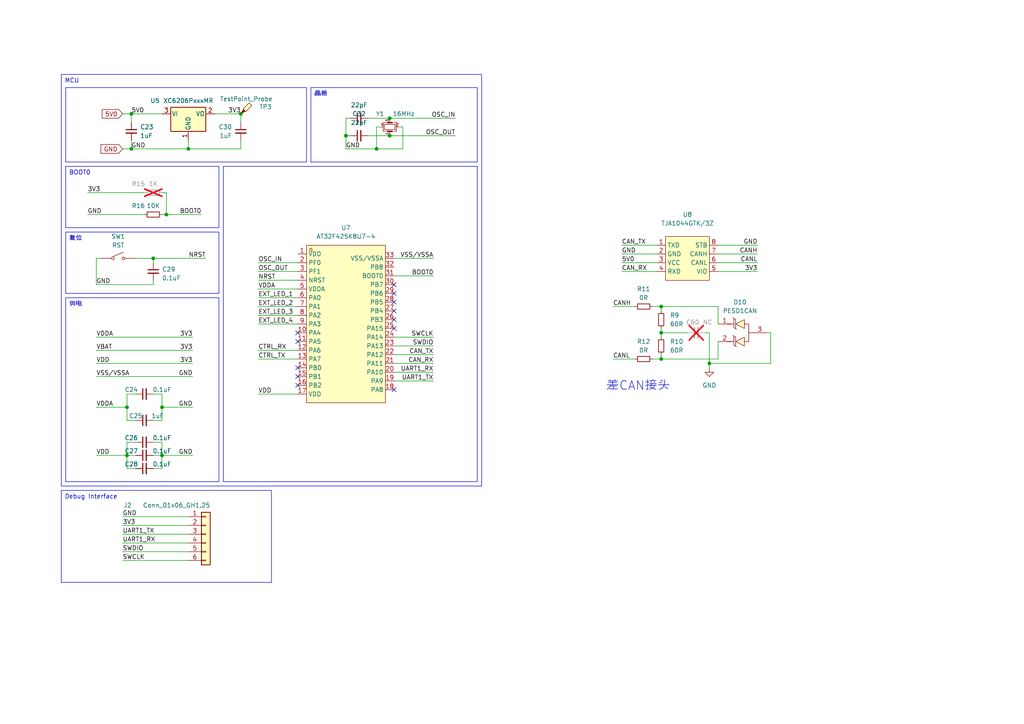
<source format=kicad_sch>
(kicad_sch (version 20231120) (generator "eeschema") (generator_version "8.0")
  (paper "A4")
  (lib_symbols
    (symbol "Connector:TestPoint_Probe" (pin_numbers hide) (pin_names (offset 0.762) hide)
      (property "Reference" "TP" (at 1.651 5.842 0))
      (property "Value" "TestPoint_Probe" (at 1.651 4.064 0))
      (symbol "TestPoint_Probe_0_1"
        (polyline (pts (xy 1.27 0.762) (xy 0 0) (xy 0.762 1.27) (xy 1.27 0.762)) (fill (type outline)))
        (polyline (pts (xy 1.397 0.635) (xy 0.635 1.397) (xy 2.413 3.175) (xy 3.175 2.413) (xy 1.397 0.635)) (fill (type background)))
      )
      (symbol "TestPoint_Probe_1_1"
        (pin passive line (at 0 0 90) (length 0) (name "1") (number "1"))
      )
    )
    (symbol "Connector_Generic:Conn_01x06" (pin_names (offset 1.016) hide)
      (property "Reference" "J" (at 0 7.62 0))
      (property "Value" "Conn_01x06" (at 0 -10.16 0))
      (symbol "Conn_01x06_1_1"
        (rectangle (start -1.27 -7.493) (end 0 -7.747) (stroke (width 0.1524)))
        (rectangle (start -1.27 -4.953) (end 0 -5.207) (stroke (width 0.1524)))
        (rectangle (start -1.27 -2.413) (end 0 -2.667) (stroke (width 0.1524)))
        (rectangle (start -1.27 0.127) (end 0 -0.127) (stroke (width 0.1524)))
        (rectangle (start -1.27 2.667) (end 0 2.413) (stroke (width 0.1524)))
        (rectangle (start -1.27 5.207) (end 0 4.953) (stroke (width 0.1524)))
        (rectangle (start -1.27 6.35) (end 1.27 -8.89) (stroke (width 0.254)) (fill (type background)))
        (pin passive line (at -5.08 5.08 0) (length 3.81) (name "Pin_1") (number "1"))
        (pin passive line (at -5.08 2.54 0) (length 3.81) (name "Pin_2") (number "2"))
        (pin passive line (at -5.08 0 0) (length 3.81) (name "Pin_3") (number "3"))
        (pin passive line (at -5.08 -2.54 0) (length 3.81) (name "Pin_4") (number "4"))
        (pin passive line (at -5.08 -5.08 0) (length 3.81) (name "Pin_5") (number "5"))
        (pin passive line (at -5.08 -7.62 0) (length 3.81) (name "Pin_6") (number "6"))
      )
    )
    (symbol "Device:C_Small" (pin_numbers hide) (pin_names (offset 0.254) hide)
      (property "Reference" "C" (at 0.254 1.778 0))
      (property "Value" "C_Small" (at 0.254 -2.032 0))
      (symbol "C_Small_0_1"
        (polyline (pts (xy -1.524 -0.508) (xy 1.524 -0.508)) (stroke (width 0.3302)))
        (polyline (pts (xy -1.524 0.508) (xy 1.524 0.508)) (stroke (width 0.3048)))
      )
      (symbol "C_Small_1_1"
        (pin passive line (at 0 2.54 270) (length 2.032) (name "~") (number "1"))
        (pin passive line (at 0 -2.54 90) (length 2.032) (name "~") (number "2"))
      )
    )
    (symbol "Device:Crystal_GND24_Small" (pin_names (offset 1.016) hide)
      (property "Reference" "Y" (at 1.27 4.445 0))
      (property "Value" "Crystal_GND24_Small" (at 1.27 2.54 0))
      (symbol "Crystal_GND24_Small_0_1"
        (rectangle (start -0.762 -1.524) (end 0.762 1.524))
        (polyline (pts (xy -1.27 -0.762) (xy -1.27 0.762)) (stroke (width 0.381)))
        (polyline (pts (xy 1.27 -0.762) (xy 1.27 0.762)) (stroke (width 0.381)))
        (polyline (pts (xy -1.27 -1.27) (xy -1.27 -1.905) (xy 1.27 -1.905) (xy 1.27 -1.27)))
        (polyline (pts (xy -1.27 1.27) (xy -1.27 1.905) (xy 1.27 1.905) (xy 1.27 1.27)))
      )
      (symbol "Crystal_GND24_Small_1_1"
        (pin passive line (at -2.54 0 0) (length 1.27) (name "1") (number "1"))
        (pin passive line (at 0 -2.54 90) (length 0.635) (name "2") (number "2"))
        (pin passive line (at 2.54 0 180) (length 1.27) (name "3") (number "3"))
        (pin passive line (at 0 2.54 270) (length 0.635) (name "4") (number "4"))
      )
    )
    (symbol "Device:R_Small" (pin_numbers hide) (pin_names (offset 0.254) hide)
      (property "Reference" "R" (at 0.762 0.508 0))
      (property "Value" "R_Small" (at 0.762 -1.016 0))
      (symbol "R_Small_0_1"
        (rectangle (start -0.762 1.778) (end 0.762 -1.778) (stroke (width 0.2032)))
      )
      (symbol "R_Small_1_1"
        (pin passive line (at 0 2.54 270) (length 0.762) (name "~") (number "1"))
        (pin passive line (at 0 -2.54 90) (length 0.762) (name "~") (number "2"))
      )
    )
    (symbol "Regulator_Linear:XC6206PxxxMR" (pin_names (offset 0.254))
      (property "Reference" "U" (at -3.81 3.175 0))
      (property "Value" "XC6206PxxxMR" (at 0 3.175 0))
      (symbol "XC6206PxxxMR_0_1"
        (rectangle (start -5.08 1.905) (end 5.08 -5.08) (stroke (width 0.254)) (fill (type background)))
      )
      (symbol "XC6206PxxxMR_1_1"
        (pin power_in line (at 0 -7.62 90) (length 2.54) (name "GND") (number "1"))
        (pin power_out line (at 7.62 0 180) (length 2.54) (name "VO") (number "2"))
        (pin power_in line (at -7.62 0 0) (length 2.54) (name "VI") (number "3"))
      )
    )
    (symbol "easyeda2kicad:AT32F425K8U7-4"
      (property "Reference" "U" (at -10.922 24.13 0))
      (property "Value" "AT32F425K8U7-4" (at 3.048 24.13 0))
      (symbol "AT32F425K8U7-4_0_1"
        (rectangle (start -11.43 22.86) (end 11.43 -22.86) (fill (type background)))
        (circle (center -10.16 21.59) (radius 0.38))
        (pin power_in line (at -13.97 20.32 0) (length 2.54) (name "VDD") (number "1"))
        (pin bidirectional line (at -13.97 -2.54 0) (length 2.54) (name "PA4") (number "10"))
        (pin bidirectional line (at -13.97 -5.08 0) (length 2.54) (name "PA5") (number "11"))
        (pin bidirectional line (at -13.97 -7.62 0) (length 2.54) (name "PA6") (number "12"))
        (pin bidirectional line (at -13.97 -10.16 0) (length 2.54) (name "PA7") (number "13"))
        (pin bidirectional line (at -13.97 -12.7 0) (length 2.54) (name "PB0") (number "14"))
        (pin bidirectional line (at -13.97 -15.24 0) (length 2.54) (name "PB1") (number "15"))
        (pin bidirectional line (at -13.97 -17.78 0) (length 2.54) (name "PB2") (number "16"))
        (pin power_in line (at -13.97 -20.32 0) (length 2.54) (name "VDD") (number "17"))
        (pin bidirectional line (at 13.97 -19.05 180) (length 2.54) (name "PA8") (number "18"))
        (pin bidirectional line (at 13.97 -16.51 180) (length 2.54) (name "PA9") (number "19"))
        (pin bidirectional line (at -13.97 17.78 0) (length 2.54) (name "PF0") (number "2"))
        (pin bidirectional line (at 13.97 -13.97 180) (length 2.54) (name "PA10") (number "20"))
        (pin bidirectional line (at 13.97 -11.43 180) (length 2.54) (name "PA11") (number "21"))
        (pin bidirectional line (at 13.97 -8.89 180) (length 2.54) (name "PA12") (number "22"))
        (pin bidirectional line (at 13.97 -6.35 180) (length 2.54) (name "PA13") (number "23"))
        (pin bidirectional line (at 13.97 -3.81 180) (length 2.54) (name "PA14") (number "24"))
        (pin bidirectional line (at 13.97 -1.27 180) (length 2.54) (name "PA15") (number "25"))
        (pin bidirectional line (at 13.97 1.27 180) (length 2.54) (name "PB3") (number "26"))
        (pin bidirectional line (at 13.97 3.81 180) (length 2.54) (name "PB4") (number "27"))
        (pin bidirectional line (at 13.97 6.35 180) (length 2.54) (name "PB5") (number "28"))
        (pin bidirectional line (at 13.97 8.89 180) (length 2.54) (name "PB6") (number "29"))
        (pin bidirectional line (at -13.97 15.24 0) (length 2.54) (name "PF1") (number "3"))
        (pin bidirectional line (at 13.97 11.43 180) (length 2.54) (name "PB7") (number "30"))
        (pin bidirectional line (at 13.97 13.97 180) (length 2.54) (name "BOOT0") (number "31"))
        (pin bidirectional line (at 13.97 16.51 180) (length 2.54) (name "PB8") (number "32"))
        (pin power_in line (at 13.97 19.05 180) (length 2.54) (name "VSS/VSSA") (number "33"))
        (pin bidirectional line (at -13.97 12.7 0) (length 2.54) (name "NRST") (number "4"))
        (pin power_in line (at -13.97 10.16 0) (length 2.54) (name "VDDA") (number "5"))
        (pin bidirectional line (at -13.97 7.62 0) (length 2.54) (name "PA0") (number "6"))
        (pin bidirectional line (at -13.97 5.08 0) (length 2.54) (name "PA1") (number "7"))
        (pin bidirectional line (at -13.97 2.54 0) (length 2.54) (name "PA2") (number "8"))
        (pin bidirectional line (at -13.97 0 0) (length 2.54) (name "PA3") (number "9"))
      )
    )
    (symbol "easyeda2kicad:PESD1CAN" (pin_names hide)
      (property "Reference" "D" (at 0 7.62 0))
      (property "Value" "PESD1CAN" (at 0 -7.62 0))
      (symbol "PESD1CAN_0_1"
        (polyline (pts (xy -5.08 -2.54) (xy -3.05 -2.54)))
        (polyline (pts (xy -5.08 2.54) (xy -3.05 2.54)))
        (polyline (pts (xy -2.54 -1.27) (xy -3.3 -0.76)))
        (polyline (pts (xy -2.54 -1.27) (xy -2.54 -3.81)))
        (polyline (pts (xy -2.54 3.81) (xy -3.3 4.32)))
        (polyline (pts (xy -2.54 3.81) (xy -2.54 1.27)))
        (polyline (pts (xy 1.27 -2.54) (xy 0 -2.54)))
        (polyline (pts (xy 1.27 0) (xy 2.54 0)))
        (polyline (pts (xy -3.05 -1.02) (xy -3.05 -3.56) (xy -2.29 -4.06)))
        (polyline (pts (xy -3.05 4.06) (xy -3.05 1.52) (xy -2.29 1.02)))
        (polyline (pts (xy 0 2.54) (xy 1.27 2.54) (xy 1.27 -2.54)))
        (polyline (pts (xy -2.54 -2.54) (xy 0 -1.27) (xy 0 -3.81) (xy -2.54 -2.54)) (fill (type background)))
        (polyline (pts (xy -2.54 2.54) (xy 0 3.81) (xy 0 1.27) (xy -2.54 2.54)) (fill (type background)))
        (pin bidirectional line (at -7.62 2.54 0) (length 3.81) (name "1") (number "1"))
        (pin bidirectional line (at -7.62 -2.54 0) (length 3.81) (name "2") (number "2"))
        (pin bidirectional line (at 6.35 0 180) (length 3.81) (name "3") (number "3"))
      )
    )
    (symbol "easyeda2kicad:TJA1044GTK/3Z"
      (property "Reference" "U" (at 0 10.16 0))
      (property "Value" "TJA1044GTK/3Z" (at 0 -8.89 0))
      (symbol "TJA1044GTK/3Z_0_1"
        (rectangle (start -6.35 6.35) (end 6.35 -6.35) (fill (type background)))
      )
      (symbol "TJA1044GTK/3Z_1_1"
        (pin output line (at -8.89 3.81 0) (length 2.54) (name "TXD") (number "1"))
        (pin power_in line (at -8.89 1.27 0) (length 2.54) (name "GND") (number "2"))
        (pin power_in line (at -8.89 -1.27 0) (length 2.54) (name "VCC") (number "3"))
        (pin input line (at -8.89 -3.81 0) (length 2.54) (name "RXD") (number "4"))
        (pin power_in line (at 8.89 -3.81 180) (length 2.54) (name "VIO") (number "5"))
        (pin bidirectional line (at 8.89 -1.27 180) (length 2.54) (name "CANL") (number "6"))
        (pin bidirectional line (at 8.89 1.27 180) (length 2.54) (name "CANH") (number "7"))
        (pin input line (at 8.89 3.81 180) (length 2.54) (name "STB") (number "8"))
        (pin power_in line (at -8.89 1.27 0) (length 2.54) hide (name "EP") (number "9"))
      )
    )
    (symbol "easyeda2kicad:TS-1088R-02026" (pin_numbers hide)
      (property "Reference" "SW" (at 0 2.794 0))
      (property "Value" "TS-1088R-02026" (at 0 -5.08 0))
      (symbol "TS-1088R-02026_0_1"
        (circle (center -1.52 0) (radius 0.38))
        (polyline (pts (xy -2.03 0) (xy -2.54 0)))
        (polyline (pts (xy -1.52 0.51) (xy 1.52 1.78)))
        (polyline (pts (xy 2.03 0) (xy 2.54 0)))
        (circle (center 1.52 0) (radius 0.38))
      )
      (symbol "TS-1088R-02026_1_1"
        (pin unspecified line (at -5.08 0 0) (length 2.54) (name "") (number "1"))
        (pin unspecified line (at 5.08 0 180) (length 2.54) (name "") (number "2"))
      )
    )
    (symbol "power:GND" (power) (pin_numbers hide) (pin_names (offset 0) hide)
      (property "Value" "GND" (at 0 -3.81 0))
      (symbol "GND_0_1"
        (polyline (pts (xy 0 0) (xy 0 -1.27) (xy 1.27 -1.27) (xy 0 -2.54) (xy -1.27 -1.27) (xy 0 -1.27)))
      )
      (symbol "GND_1_1"
        (pin power_in line (at 0 0 270) (length 0) (name "~") (number "1"))
      )
    )
  )
  (junction (at 113.03 34.29))
  (junction (at 46.99 118.11))
  (junction (at 100.33 39.37))
  (junction (at 36.83 118.11))
  (junction (at 54.61 43.18))
  (junction (at 48.26 62.23))
  (junction (at 191.77 104.14))
  (junction (at 44.45 74.93))
  (junction (at 205.74 105.41))
  (junction (at 38.1 43.18))
  (junction (at 109.22 43.18))
  (junction (at 46.99 132.08))
  (junction (at 113.03 39.37))
  (junction (at 38.1 33.02))
  (junction (at 69.85 33.02))
  (junction (at 191.77 96.52))
  (junction (at 36.83 132.08))
  (junction (at 191.77 88.9))
  (no_connect (at 114.3 92.71))
  (no_connect (at 114.3 90.17))
  (no_connect (at 114.3 113.03))
  (no_connect (at 86.36 111.76))
  (no_connect (at 114.3 85.09))
  (no_connect (at 86.36 99.06))
  (no_connect (at 114.3 87.63))
  (no_connect (at 86.36 96.52))
  (no_connect (at 114.3 95.25))
  (no_connect (at 114.3 82.55))
  (no_connect (at 86.36 106.68))
  (no_connect (at 86.36 109.22))
  (wire (pts (xy 35.56 160.02) (xy 54.61 160.02)))
  (wire (pts (xy 44.45 135.89) (xy 46.99 135.89)))
  (wire (pts (xy 74.93 114.3) (xy 86.36 114.3)))
  (wire (pts (xy 36.83 118.11) (xy 27.94 118.11)))
  (wire (pts (xy 109.22 36.83) (xy 109.22 43.18)))
  (wire (pts (xy 46.99 132.08) (xy 46.99 135.89)))
  (wire (pts (xy 205.74 105.41) (xy 205.74 106.68)))
  (wire (pts (xy 115.57 36.83) (xy 116.84 36.83)))
  (wire (pts (xy 35.56 33.02) (xy 38.1 33.02)))
  (wire (pts (xy 46.99 118.11) (xy 55.88 118.11)))
  (wire (pts (xy 114.3 80.01) (xy 125.73 80.01)))
  (wire (pts (xy 54.61 43.18) (xy 69.85 43.18)))
  (wire (pts (xy 100.33 34.29) (xy 100.33 39.37)))
  (wire (pts (xy 27.94 109.22) (xy 55.88 109.22)))
  (wire (pts (xy 48.26 62.23) (xy 46.99 62.23)))
  (wire (pts (xy 205.74 96.52) (xy 205.74 105.41)))
  (wire (pts (xy 36.83 132.08) (xy 36.83 135.89)))
  (wire (pts (xy 208.28 78.74) (xy 219.71 78.74)))
  (wire (pts (xy 46.99 128.27) (xy 46.99 132.08)))
  (wire (pts (xy 44.45 121.92) (xy 46.99 121.92)))
  (wire (pts (xy 36.83 118.11) (xy 36.83 121.92)))
  (wire (pts (xy 180.34 73.66) (xy 190.5 73.66)))
  (wire (pts (xy 36.83 132.08) (xy 27.94 132.08)))
  (wire (pts (xy 109.22 43.18) (xy 100.33 43.18)))
  (wire (pts (xy 74.93 93.98) (xy 86.36 93.98)))
  (wire (pts (xy 48.26 62.23) (xy 58.42 62.23)))
  (wire (pts (xy 191.77 96.52) (xy 199.39 96.52)))
  (wire (pts (xy 189.23 104.14) (xy 191.77 104.14)))
  (wire (pts (xy 69.85 40.64) (xy 69.85 43.18)))
  (wire (pts (xy 208.28 104.14) (xy 208.28 99.06)))
  (wire (pts (xy 208.28 71.12) (xy 219.71 71.12)))
  (wire (pts (xy 74.93 101.6) (xy 86.36 101.6)))
  (wire (pts (xy 38.1 33.02) (xy 46.99 33.02)))
  (wire (pts (xy 116.84 36.83) (xy 116.84 43.18)))
  (wire (pts (xy 114.3 105.41) (xy 125.73 105.41)))
  (wire (pts (xy 100.33 43.18) (xy 100.33 39.37)))
  (wire (pts (xy 35.56 162.56) (xy 54.61 162.56)))
  (wire (pts (xy 36.83 128.27) (xy 36.83 132.08)))
  (wire (pts (xy 25.4 62.23) (xy 41.91 62.23)))
  (wire (pts (xy 35.56 152.4) (xy 54.61 152.4)))
  (wire (pts (xy 191.77 90.17) (xy 191.77 88.9)))
  (wire (pts (xy 27.94 101.6) (xy 55.88 101.6)))
  (wire (pts (xy 191.77 96.52) (xy 191.77 97.79)))
  (wire (pts (xy 180.34 76.2) (xy 190.5 76.2)))
  (wire (pts (xy 177.8 88.9) (xy 184.15 88.9)))
  (wire (pts (xy 114.3 110.49) (xy 125.73 110.49)))
  (wire (pts (xy 208.28 93.98) (xy 208.28 88.9)))
  (wire (pts (xy 106.68 34.29) (xy 113.03 34.29)))
  (wire (pts (xy 74.93 83.82) (xy 86.36 83.82)))
  (wire (pts (xy 36.83 114.3) (xy 36.83 118.11)))
  (wire (pts (xy 100.33 39.37) (xy 101.6 39.37)))
  (wire (pts (xy 44.45 128.27) (xy 46.99 128.27)))
  (wire (pts (xy 74.93 86.36) (xy 86.36 86.36)))
  (wire (pts (xy 35.56 154.94) (xy 54.61 154.94)))
  (wire (pts (xy 114.3 97.79) (xy 125.73 97.79)))
  (wire (pts (xy 46.99 55.88) (xy 48.26 55.88)))
  (wire (pts (xy 223.52 96.52) (xy 223.52 105.41)))
  (wire (pts (xy 101.6 34.29) (xy 100.33 34.29)))
  (wire (pts (xy 74.93 76.2) (xy 86.36 76.2)))
  (wire (pts (xy 208.28 88.9) (xy 191.77 88.9)))
  (wire (pts (xy 44.45 74.93) (xy 44.45 76.2)))
  (wire (pts (xy 191.77 104.14) (xy 208.28 104.14)))
  (wire (pts (xy 27.94 82.55) (xy 44.45 82.55)))
  (wire (pts (xy 208.28 73.66) (xy 219.71 73.66)))
  (wire (pts (xy 36.83 132.08) (xy 39.37 132.08)))
  (wire (pts (xy 38.1 33.02) (xy 38.1 35.56)))
  (wire (pts (xy 46.99 118.11) (xy 46.99 121.92)))
  (wire (pts (xy 180.34 71.12) (xy 190.5 71.12)))
  (wire (pts (xy 74.93 104.14) (xy 86.36 104.14)))
  (wire (pts (xy 27.94 105.41) (xy 55.88 105.41)))
  (wire (pts (xy 44.45 82.55) (xy 44.45 81.28)))
  (wire (pts (xy 38.1 40.64) (xy 38.1 43.18)))
  (wire (pts (xy 48.26 55.88) (xy 48.26 62.23)))
  (wire (pts (xy 27.94 74.93) (xy 27.94 82.55)))
  (wire (pts (xy 222.25 96.52) (xy 223.52 96.52)))
  (wire (pts (xy 180.34 78.74) (xy 190.5 78.74)))
  (wire (pts (xy 113.03 34.29) (xy 132.08 34.29)))
  (wire (pts (xy 74.93 88.9) (xy 86.36 88.9)))
  (wire (pts (xy 114.3 107.95) (xy 125.73 107.95)))
  (wire (pts (xy 27.94 97.79) (xy 55.88 97.79)))
  (wire (pts (xy 74.93 91.44) (xy 86.36 91.44)))
  (wire (pts (xy 110.49 36.83) (xy 109.22 36.83)))
  (wire (pts (xy 44.45 74.93) (xy 59.69 74.93)))
  (wire (pts (xy 44.45 132.08) (xy 46.99 132.08)))
  (wire (pts (xy 74.93 81.28) (xy 86.36 81.28)))
  (wire (pts (xy 46.99 114.3) (xy 46.99 118.11)))
  (wire (pts (xy 205.74 105.41) (xy 223.52 105.41)))
  (wire (pts (xy 114.3 100.33) (xy 125.73 100.33)))
  (wire (pts (xy 39.37 74.93) (xy 44.45 74.93)))
  (wire (pts (xy 205.74 96.52) (xy 204.47 96.52)))
  (wire (pts (xy 38.1 43.18) (xy 54.61 43.18)))
  (wire (pts (xy 35.56 43.18) (xy 38.1 43.18)))
  (wire (pts (xy 113.03 39.37) (xy 132.08 39.37)))
  (wire (pts (xy 177.8 104.14) (xy 184.15 104.14)))
  (wire (pts (xy 191.77 95.25) (xy 191.77 96.52)))
  (wire (pts (xy 35.56 149.86) (xy 54.61 149.86)))
  (wire (pts (xy 208.28 76.2) (xy 219.71 76.2)))
  (wire (pts (xy 36.83 114.3) (xy 39.37 114.3)))
  (wire (pts (xy 54.61 40.64) (xy 54.61 43.18)))
  (wire (pts (xy 74.93 78.74) (xy 86.36 78.74)))
  (wire (pts (xy 62.23 33.02) (xy 69.85 33.02)))
  (wire (pts (xy 114.3 102.87) (xy 125.73 102.87)))
  (wire (pts (xy 189.23 88.9) (xy 191.77 88.9)))
  (wire (pts (xy 191.77 102.87) (xy 191.77 104.14)))
  (wire (pts (xy 35.56 157.48) (xy 54.61 157.48)))
  (wire (pts (xy 29.21 74.93) (xy 27.94 74.93)))
  (wire (pts (xy 36.83 128.27) (xy 39.37 128.27)))
  (wire (pts (xy 46.99 132.08) (xy 55.88 132.08)))
  (wire (pts (xy 25.4 55.88) (xy 41.91 55.88)))
  (wire (pts (xy 44.45 114.3) (xy 46.99 114.3)))
  (wire (pts (xy 116.84 43.18) (xy 109.22 43.18)))
  (wire (pts (xy 106.68 39.37) (xy 113.03 39.37)))
  (wire (pts (xy 114.3 74.93) (xy 125.73 74.93)))
  (wire (pts (xy 36.83 121.92) (xy 39.37 121.92)))
  (wire (pts (xy 36.83 135.89) (xy 39.37 135.89)))
  (wire (pts (xy 69.85 33.02) (xy 69.85 35.56)))
  (text_box "复位" (at 19.05 67.31 0) (size 44.45 17.78) (effects (font (size 1.27 1.27)) (justify left top)))
  (text_box "Debug Interface" (at 17.78 142.24 0) (size 60.96 26.67) (effects (font (size 1.27 1.27)) (justify left top)))
  (text_box "晶振" (at 90.17 25.4 0) (size 48.26 21.59) (effects (font (size 1.27 1.27)) (justify left top)))
  (text_box "" (at 19.05 25.4 0) (size 69.85 21.59) (effects (font (size 1.27 1.27)) (justify left top)))
  (text_box "\n" (at 64.77 48.26 0) (size 73.66 91.44) (effects (font (size 1.27 1.27)) (justify left top)))
  (text_box "供电" (at 19.05 86.36 0) (size 44.45 53.34) (effects (font (size 1.27 1.27)) (justify left top)))
  (text_box "BOOT0" (at 19.05 48.26 0) (size 44.45 17.78) (effects (font (size 1.27 1.27)) (justify left top)))
  (text_box "MCU" (at 17.78 21.59 0) (size 121.92 119.38) (effects (font (size 1.27 1.27)) (justify left top)))
  (text "差CAN接头" (at 185.166 112.014 0) (effects (font (size 2.54 2.54))))
  (label "OSC_OUT" (at 132.08 39.37 180))
  (label "NRST" (at 74.93 81.28 0))
  (label "EXT_LED_3" (at 74.93 91.44 0))
  (label "VBAT" (at 27.94 101.6 0))
  (label "OSC_IN" (at 74.93 76.2 0))
  (label "GND" (at 100.33 43.18 0))
  (label "GND" (at 27.94 82.55 0))
  (label "EXT_LED_4" (at 74.93 93.98 0))
  (label "CANH" (at 219.71 73.66 180))
  (label "GND" (at 55.88 132.08 180))
  (label "VDD" (at 27.94 105.41 0))
  (label "GND" (at 180.34 73.66 0))
  (label "UART1_RX" (at 35.56 157.48 0))
  (label "GND" (at 55.88 109.22 180))
  (label "VDD" (at 27.94 132.08 0))
  (label "3V3" (at 55.88 101.6 180))
  (label "5V0" (at 38.1 33.02 0))
  (label "CAN_TX" (at 180.34 71.12 0))
  (label "CTRL_RX" (at 74.93 101.6 0))
  (label "OSC_IN" (at 132.08 34.29 180))
  (label "CANL" (at 177.8 104.14 0))
  (label "VDDA" (at 27.94 118.11 0))
  (label "NRST" (at 59.69 74.93 180))
  (label "3V3" (at 55.88 97.79 180))
  (label "GND" (at 55.88 118.11 180))
  (label "VDDA" (at 27.94 97.79 0))
  (label "SWCLK" (at 35.56 162.56 0))
  (label "3V3" (at 25.4 55.88 0))
  (label "3V3" (at 35.56 152.4 0))
  (label "CANL" (at 219.71 76.2 180))
  (label "BOOT0" (at 58.42 62.23 180))
  (label "3V3" (at 219.71 78.74 180))
  (label "VSS{slash}VSSA" (at 27.94 109.22 0))
  (label "EXT_LED_1" (at 74.93 86.36 0))
  (label "SWDIO" (at 35.56 160.02 0))
  (label "VDD" (at 74.93 114.3 0))
  (label "CAN_TX" (at 125.73 102.87 180))
  (label "SWCLK" (at 125.73 97.79 180))
  (label "UART1_TX" (at 125.73 110.49 180))
  (label "GND" (at 38.1 43.18 0))
  (label "GND" (at 35.56 149.86 0))
  (label "GND" (at 25.4 62.23 0))
  (label "CTRL_TX" (at 74.93 104.14 0))
  (label "3V3" (at 69.85 33.02 180))
  (label "VDDA" (at 74.93 83.82 0))
  (label "3V3" (at 55.88 105.41 180))
  (label "VSS{slash}VSSA" (at 125.73 74.93 180))
  (label "BOOT0" (at 125.73 80.01 180))
  (label "UART1_RX" (at 125.73 107.95 180))
  (label "CANH" (at 177.8 88.9 0))
  (label "CAN_RX" (at 180.34 78.74 0))
  (label "EXT_LED_2" (at 74.93 88.9 0))
  (label "SWDIO" (at 125.73 100.33 180))
  (label "OSC_OUT" (at 74.93 78.74 0))
  (label "UART1_TX" (at 35.56 154.94 0))
  (label "CAN_RX" (at 125.73 105.41 180))
  (label "5V0" (at 180.34 76.2 0))
  (label "GND" (at 219.71 71.12 180))
  (global_label "GND" (shape input) (at 35.56 43.18 180) (property "Intersheetrefs" "${INTERSHEET_REFS}" (effects (hide yes))))
  (global_label "5V0" (shape input) (at 35.56 33.02 180) (property "Intersheetrefs" "${INTERSHEET_REFS}" (effects (hide yes))))
  (symbol (lib_id "Device:R_Small") (at 191.77 92.71 0) (unit 1)
    (property "Reference" "R9" (at 194.31 91.4399 0) (effects (justify left)))
    (property "Value" "60R" (at 194.31 93.9799 0) (effects (justify left)))
    (property "Description" "Resistor, small symbol" (effects (hide yes)))
  )
  (symbol (lib_id "Device:Crystal_GND24_Small") (at 113.03 36.83 90) (unit 1)
    (property "Reference" "Y1" (at 110.236 33.02 90))
    (property "Value" "16MHz" (at 117.094 33.02 90))
    (property "Footprint" "Crystal:Crystal_SMD_2016-4Pin_2.0x1.6mm" (effects (hide yes)))
    (property "Description" "Four pin crystal, GND on pins 2 and 4, small symbol" (effects (hide yes)))
  )
  (symbol (lib_id "easyeda2kicad:AT32F425K8U7-4") (at 100.33 93.98 0) (unit 1)
    (property "Reference" "U7" (at 100.33 66.04 0))
    (property "Value" "AT32F425K8U7-4" (at 100.33 68.58 0))
    (property "Footprint" "Package_DFN_QFN:QFN-32-1EP_4x4mm_P0.4mm_EP2.65x2.65mm" (effects (hide yes)))
    (property "LCSC Part" "C5454459" (effects (hide yes)))
  )
  (symbol (lib_id "power:GND") (at 205.74 106.68 0) (unit 1)
    (property "Reference" "#PWR6" (effects (hide yes)))
    (property "Value" "GND" (at 205.74 111.76 0))
    (property "Description" "Power symbol creates a global label with name \"GND\" , ground" (effects (hide yes)))
  )
  (symbol (lib_id "Connector:TestPoint_Probe") (at 69.85 33.02 0) (unit 1)
    (property "Reference" "TP3" (at 75.184 30.988 0) (effects (justify left)))
    (property "Value" "TestPoint_Probe" (at 63.754 28.702 0) (effects (justify left)))
    (property "Footprint" "TestPoint:TestPoint_Pad_D1.0mm" (effects (hide yes)))
    (property "Description" "test point (alternative probe-style design)" (effects (hide yes)))
  )
  (symbol (lib_id "easyeda2kicad:TS-1088R-02026") (at 34.29 74.93 0) (unit 1)
    (property "Reference" "SW1" (at 34.29 68.58 0))
    (property "Value" "RST" (at 34.29 71.12 0))
    (property "Footprint" "easyeda2kicad:SW-SMD_L3.9-W3.0-P4.45" (effects (hide yes)))
    (property "Datasheet" "https://lcsc.com/product-detail/New-Arrivals_XUNPU-TS-1088R-02026_C455280.html" (effects (hide yes)))
    (property "LCSC Part" "C455280" (effects (hide yes)))
  )
  (symbol (lib_id "Device:C_Small") (at 38.1 38.1 0) (unit 1)
    (property "Reference" "C23" (at 40.64 36.8362 0) (effects (justify left)))
    (property "Value" "1uF" (at 40.64 39.3762 0) (effects (justify left)))
    (property "Footprint" "Capacitor_SMD:C_0603_1608Metric" (effects (hide yes)))
    (property "Description" "Unpolarized capacitor, small symbol" (effects (hide yes)))
  )
  (symbol (lib_id "Device:R_Small") (at 186.69 104.14 90) (unit 1)
    (property "Reference" "R12" (at 186.69 99.06 90))
    (property "Value" "0R" (at 186.69 101.6 90))
    (property "Description" "Resistor, small symbol" (effects (hide yes)))
  )
  (symbol (lib_id "Device:C_Small") (at 41.91 121.92 90) (unit 1)
    (property "Reference" "C25" (at 39.37 120.65 90))
    (property "Value" "1uF" (at 45.72 120.65 90))
    (property "Footprint" "Capacitor_SMD:C_0402_1005Metric" (effects (hide yes)))
    (property "Description" "Unpolarized capacitor, small symbol" (effects (hide yes)))
  )
  (symbol (lib_id "Device:R_Small") (at 44.45 62.23 90) (unit 1)
    (property "Reference" "R16" (at 40.132 59.69 90))
    (property "Value" "10K" (at 44.45 59.69 90))
    (property "Footprint" "Resistor_SMD:R_0402_1005Metric" (effects (hide yes)))
    (property "Description" "Resistor, small symbol" (effects (hide yes)))
  )
  (symbol (lib_id "Device:C_Small") (at 41.91 135.89 90) (unit 1)
    (property "Reference" "C28" (at 38.1 134.62 90))
    (property "Value" "0.1uF" (at 46.99 134.62 90))
    (property "Footprint" "Capacitor_SMD:C_0402_1005Metric" (effects (hide yes)))
    (property "Description" "Unpolarized capacitor, small symbol" (effects (hide yes)))
  )
  (symbol (lib_id "easyeda2kicad:PESD1CAN") (at 215.9 96.52 0) (unit 1)
    (property "Reference" "D10" (at 214.63 87.63 0))
    (property "Value" "PESD1CAN" (at 214.63 90.17 0))
    (property "Footprint" "Package_TO_SOT_SMD:SOT-23-3" (effects (hide yes)))
    (property "LCSC Part" "C2687121" (effects (hide yes)))
  )
  (symbol (lib_id "Device:C_Small") (at 41.91 132.08 90) (unit 1)
    (property "Reference" "C27" (at 38.1 130.81 90))
    (property "Value" "0.1uF" (at 46.99 130.81 90))
    (property "Footprint" "Capacitor_SMD:C_0402_1005Metric" (effects (hide yes)))
    (property "Description" "Unpolarized capacitor, small symbol" (effects (hide yes)))
  )
  (symbol (lib_id "Connector_Generic:Conn_01x06") (at 59.69 154.94 0) (unit 1)
    (property "Reference" "J2" (at 35.814 146.558 0) (effects (justify left)))
    (property "Value" "Conn_01x06_GH1.25" (at 41.402 146.558 0) (effects (justify left)))
    (property "Footprint" "Connector_JST:JST_GH_BM06B-GHS-TBT_1x06-1MP_P1.25mm_Vertical" (effects (hide yes)))
    (property "Description" "Generic connector, single row, 01x06, script generated (kicad-library-utils/schlib/autogen/connector/)" (effects (hide yes)))
  )
  (symbol (lib_id "Device:C_Small") (at 201.93 96.52 90) (unit 1) (dnp yes)
    (property "Reference" "C60" (at 200.914 93.472 90))
    (property "Value" "NC" (at 205.232 93.472 90))
    (property "Description" "Unpolarized capacitor, small symbol" (effects (hide yes)))
  )
  (symbol (lib_id "Device:C_Small") (at 69.85 38.1 0) (mirror y) (unit 1)
    (property "Reference" "C30" (at 67.31 36.8362 0) (effects (justify left)))
    (property "Value" "1uF" (at 67.31 39.3762 0) (effects (justify left)))
    (property "Footprint" "Capacitor_SMD:C_0603_1608Metric" (effects (hide yes)))
    (property "Description" "Unpolarized capacitor, small symbol" (effects (hide yes)))
  )
  (symbol (lib_id "Regulator_Linear:XC6206PxxxMR") (at 54.61 33.02 0) (unit 1)
    (property "Reference" "U5" (at 44.958 29.21 0))
    (property "Value" "XC6206PxxxMR" (at 54.61 29.21 0))
    (property "Footprint" "Package_TO_SOT_SMD:SOT-23-3" (effects (hide yes)))
    (property "Datasheet" "https://www.torexsemi.com/file/xc6206/XC6206.pdf" (effects (hide yes)))
    (property "Description" "Positive 60-250mA Low Dropout Regulator, Fixed Output, SOT-23" (effects (hide yes)))
  )
  (symbol (lib_id "Device:R_Small") (at 44.45 55.88 90) (unit 1) (dnp yes)
    (property "Reference" "R15" (at 40.132 53.34 90))
    (property "Value" "1K" (at 44.45 53.34 90))
    (property "Footprint" "Resistor_SMD:R_0402_1005Metric" (effects (hide yes)))
    (property "Description" "Resistor, small symbol" (effects (hide yes)))
  )
  (symbol (lib_id "Device:C_Small") (at 104.14 34.29 90) (unit 1)
    (property "Reference" "C31" (effects (hide yes)))
    (property "Value" "22pF" (at 104.1463 30.48 90))
    (property "Footprint" "Capacitor_SMD:C_0402_1005Metric" (effects (hide yes)))
    (property "Description" "Unpolarized capacitor, small symbol" (effects (hide yes)))
  )
  (symbol (lib_id "Device:C_Small") (at 104.14 39.37 90) (unit 1)
    (property "Reference" "C32" (at 104.1463 33.02 90))
    (property "Value" "22pF" (at 104.1463 35.56 90))
    (property "Footprint" "Capacitor_SMD:C_0402_1005Metric" (effects (hide yes)))
    (property "Description" "Unpolarized capacitor, small symbol" (effects (hide yes)))
  )
  (symbol (lib_id "Device:C_Small") (at 44.45 78.74 0) (unit 1)
    (property "Reference" "C29" (at 46.99 78.1113 0) (effects (justify left)))
    (property "Value" "0.1uF" (at 46.99 80.6513 0) (effects (justify left)))
    (property "Footprint" "Capacitor_SMD:C_0402_1005Metric" (effects (hide yes)))
    (property "Description" "Unpolarized capacitor, small symbol" (effects (hide yes)))
  )
  (symbol (lib_id "Device:C_Small") (at 41.91 114.3 90) (unit 1)
    (property "Reference" "C24" (at 38.1 113.03 90))
    (property "Value" "0.1uF" (at 46.99 113.03 90))
    (property "Footprint" "Capacitor_SMD:C_0402_1005Metric" (effects (hide yes)))
    (property "Description" "Unpolarized capacitor, small symbol" (effects (hide yes)))
  )
  (symbol (lib_id "easyeda2kicad:TJA1044GTK/3Z") (at 199.39 74.93 0) (unit 1)
    (property "Reference" "U8" (at 199.39 62.23 0))
    (property "Value" "TJA1044GTK/3Z" (at 199.39 64.77 0))
    (property "Footprint" "Package_SON:HVSON-8-1EP_3x3mm_P0.65mm_EP1.6x2.4mm" (effects (hide yes)))
    (property "LCSC Part" "C2157795" (effects (hide yes)))
  )
  (symbol (lib_id "Device:R_Small") (at 191.77 100.33 0) (unit 1)
    (property "Reference" "R10" (at 194.31 99.0599 0) (effects (justify left)))
    (property "Value" "60R" (at 194.31 101.5999 0) (effects (justify left)))
    (property "Description" "Resistor, small symbol" (effects (hide yes)))
  )
  (symbol (lib_id "Device:C_Small") (at 41.91 128.27 90) (unit 1)
    (property "Reference" "C26" (at 38.1 127 90))
    (property "Value" "0.1uF" (at 46.99 127 90))
    (property "Footprint" "Capacitor_SMD:C_0402_1005Metric" (effects (hide yes)))
    (property "Description" "Unpolarized capacitor, small symbol" (effects (hide yes)))
  )
  (symbol (lib_id "Device:R_Small") (at 186.69 88.9 90) (unit 1)
    (property "Reference" "R11" (at 186.69 83.82 90))
    (property "Value" "0R" (at 186.69 86.36 90))
    (property "Description" "Resistor, small symbol" (effects (hide yes)))
  )
)
</source>
